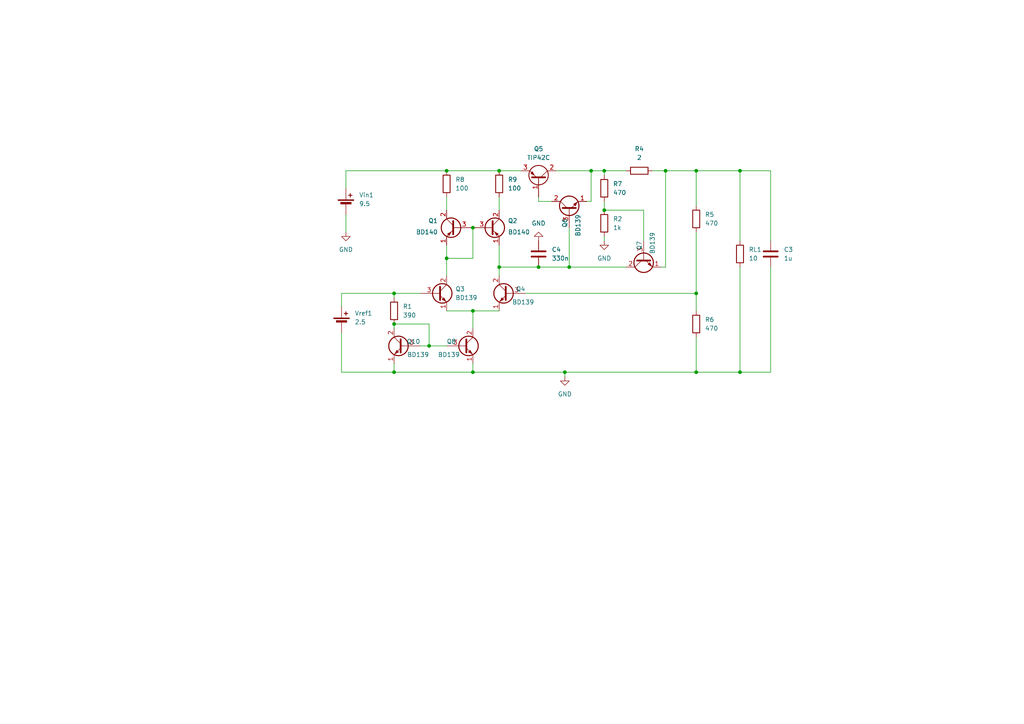
<source format=kicad_sch>
(kicad_sch (version 20230121) (generator eeschema)

  (uuid 98f508c0-f754-4c0e-95b6-e6eb0fad6b9d)

  (paper "A4")

  (lib_symbols
    (symbol "Device:Battery_Cell" (pin_numbers hide) (pin_names (offset 0) hide) (in_bom yes) (on_board yes)
      (property "Reference" "BT" (at 2.54 2.54 0)
        (effects (font (size 1.27 1.27)) (justify left))
      )
      (property "Value" "Battery_Cell" (at 2.54 0 0)
        (effects (font (size 1.27 1.27)) (justify left))
      )
      (property "Footprint" "" (at 0 1.524 90)
        (effects (font (size 1.27 1.27)) hide)
      )
      (property "Datasheet" "~" (at 0 1.524 90)
        (effects (font (size 1.27 1.27)) hide)
      )
      (property "ki_keywords" "battery cell" (at 0 0 0)
        (effects (font (size 1.27 1.27)) hide)
      )
      (property "ki_description" "Single-cell battery" (at 0 0 0)
        (effects (font (size 1.27 1.27)) hide)
      )
      (symbol "Battery_Cell_0_1"
        (rectangle (start -2.286 1.778) (end 2.286 1.524)
          (stroke (width 0) (type default))
          (fill (type outline))
        )
        (rectangle (start -1.524 1.016) (end 1.524 0.508)
          (stroke (width 0) (type default))
          (fill (type outline))
        )
        (polyline
          (pts
            (xy 0 0.762)
            (xy 0 0)
          )
          (stroke (width 0) (type default))
          (fill (type none))
        )
        (polyline
          (pts
            (xy 0 1.778)
            (xy 0 2.54)
          )
          (stroke (width 0) (type default))
          (fill (type none))
        )
        (polyline
          (pts
            (xy 0.762 3.048)
            (xy 1.778 3.048)
          )
          (stroke (width 0.254) (type default))
          (fill (type none))
        )
        (polyline
          (pts
            (xy 1.27 3.556)
            (xy 1.27 2.54)
          )
          (stroke (width 0.254) (type default))
          (fill (type none))
        )
      )
      (symbol "Battery_Cell_1_1"
        (pin passive line (at 0 5.08 270) (length 2.54)
          (name "+" (effects (font (size 1.27 1.27))))
          (number "1" (effects (font (size 1.27 1.27))))
        )
        (pin passive line (at 0 -2.54 90) (length 2.54)
          (name "-" (effects (font (size 1.27 1.27))))
          (number "2" (effects (font (size 1.27 1.27))))
        )
      )
    )
    (symbol "Device:C" (pin_numbers hide) (pin_names (offset 0.254)) (in_bom yes) (on_board yes)
      (property "Reference" "C" (at 0.635 2.54 0)
        (effects (font (size 1.27 1.27)) (justify left))
      )
      (property "Value" "C" (at 0.635 -2.54 0)
        (effects (font (size 1.27 1.27)) (justify left))
      )
      (property "Footprint" "" (at 0.9652 -3.81 0)
        (effects (font (size 1.27 1.27)) hide)
      )
      (property "Datasheet" "~" (at 0 0 0)
        (effects (font (size 1.27 1.27)) hide)
      )
      (property "ki_keywords" "cap capacitor" (at 0 0 0)
        (effects (font (size 1.27 1.27)) hide)
      )
      (property "ki_description" "Unpolarized capacitor" (at 0 0 0)
        (effects (font (size 1.27 1.27)) hide)
      )
      (property "ki_fp_filters" "C_*" (at 0 0 0)
        (effects (font (size 1.27 1.27)) hide)
      )
      (symbol "C_0_1"
        (polyline
          (pts
            (xy -2.032 -0.762)
            (xy 2.032 -0.762)
          )
          (stroke (width 0.508) (type default))
          (fill (type none))
        )
        (polyline
          (pts
            (xy -2.032 0.762)
            (xy 2.032 0.762)
          )
          (stroke (width 0.508) (type default))
          (fill (type none))
        )
      )
      (symbol "C_1_1"
        (pin passive line (at 0 3.81 270) (length 2.794)
          (name "~" (effects (font (size 1.27 1.27))))
          (number "1" (effects (font (size 1.27 1.27))))
        )
        (pin passive line (at 0 -3.81 90) (length 2.794)
          (name "~" (effects (font (size 1.27 1.27))))
          (number "2" (effects (font (size 1.27 1.27))))
        )
      )
    )
    (symbol "Device:R" (pin_numbers hide) (pin_names (offset 0)) (in_bom yes) (on_board yes)
      (property "Reference" "R" (at 2.032 0 90)
        (effects (font (size 1.27 1.27)))
      )
      (property "Value" "R" (at 0 0 90)
        (effects (font (size 1.27 1.27)))
      )
      (property "Footprint" "" (at -1.778 0 90)
        (effects (font (size 1.27 1.27)) hide)
      )
      (property "Datasheet" "~" (at 0 0 0)
        (effects (font (size 1.27 1.27)) hide)
      )
      (property "ki_keywords" "R res resistor" (at 0 0 0)
        (effects (font (size 1.27 1.27)) hide)
      )
      (property "ki_description" "Resistor" (at 0 0 0)
        (effects (font (size 1.27 1.27)) hide)
      )
      (property "ki_fp_filters" "R_*" (at 0 0 0)
        (effects (font (size 1.27 1.27)) hide)
      )
      (symbol "R_0_1"
        (rectangle (start -1.016 -2.54) (end 1.016 2.54)
          (stroke (width 0.254) (type default))
          (fill (type none))
        )
      )
      (symbol "R_1_1"
        (pin passive line (at 0 3.81 270) (length 1.27)
          (name "~" (effects (font (size 1.27 1.27))))
          (number "1" (effects (font (size 1.27 1.27))))
        )
        (pin passive line (at 0 -3.81 90) (length 1.27)
          (name "~" (effects (font (size 1.27 1.27))))
          (number "2" (effects (font (size 1.27 1.27))))
        )
      )
    )
    (symbol "Transistor_BJT:BD139" (pin_names (offset 0) hide) (in_bom yes) (on_board yes)
      (property "Reference" "Q" (at 5.08 1.905 0)
        (effects (font (size 1.27 1.27)) (justify left))
      )
      (property "Value" "BD139" (at 5.08 0 0)
        (effects (font (size 1.27 1.27)) (justify left))
      )
      (property "Footprint" "Package_TO_SOT_THT:TO-126-3_Vertical" (at 5.08 -1.905 0)
        (effects (font (size 1.27 1.27) italic) (justify left) hide)
      )
      (property "Datasheet" "http://www.st.com/internet/com/TECHNICAL_RESOURCES/TECHNICAL_LITERATURE/DATASHEET/CD00001225.pdf" (at 0 0 0)
        (effects (font (size 1.27 1.27)) (justify left) hide)
      )
      (property "ki_keywords" "Low Voltage Transistor" (at 0 0 0)
        (effects (font (size 1.27 1.27)) hide)
      )
      (property "ki_description" "1.5A Ic, 80V Vce, Low Voltage Transistor, TO-126" (at 0 0 0)
        (effects (font (size 1.27 1.27)) hide)
      )
      (property "ki_fp_filters" "TO?126*" (at 0 0 0)
        (effects (font (size 1.27 1.27)) hide)
      )
      (symbol "BD139_0_1"
        (polyline
          (pts
            (xy 0 0)
            (xy 0.635 0)
          )
          (stroke (width 0) (type default))
          (fill (type none))
        )
        (polyline
          (pts
            (xy 2.54 -2.54)
            (xy 0.635 -0.635)
          )
          (stroke (width 0) (type default))
          (fill (type none))
        )
        (polyline
          (pts
            (xy 2.54 2.54)
            (xy 0.635 0.635)
          )
          (stroke (width 0) (type default))
          (fill (type none))
        )
        (polyline
          (pts
            (xy 0.635 1.905)
            (xy 0.635 -1.905)
            (xy 0.635 -1.905)
          )
          (stroke (width 0.508) (type default))
          (fill (type outline))
        )
        (polyline
          (pts
            (xy 1.2446 -1.778)
            (xy 1.7526 -1.27)
            (xy 2.286 -2.286)
            (xy 1.2446 -1.778)
            (xy 1.2446 -1.778)
          )
          (stroke (width 0) (type default))
          (fill (type outline))
        )
        (circle (center 1.27 0) (radius 2.8194)
          (stroke (width 0.3048) (type default))
          (fill (type none))
        )
      )
      (symbol "BD139_1_1"
        (pin passive line (at 2.54 -5.08 90) (length 2.54)
          (name "E" (effects (font (size 1.27 1.27))))
          (number "1" (effects (font (size 1.27 1.27))))
        )
        (pin passive line (at 2.54 5.08 270) (length 2.54)
          (name "C" (effects (font (size 1.27 1.27))))
          (number "2" (effects (font (size 1.27 1.27))))
        )
        (pin input line (at -5.08 0 0) (length 5.08)
          (name "B" (effects (font (size 1.27 1.27))))
          (number "3" (effects (font (size 1.27 1.27))))
        )
      )
    )
    (symbol "Transistor_BJT:BD140" (pin_names (offset 0) hide) (in_bom yes) (on_board yes)
      (property "Reference" "Q" (at 5.08 1.905 0)
        (effects (font (size 1.27 1.27)) (justify left))
      )
      (property "Value" "BD140" (at 5.08 0 0)
        (effects (font (size 1.27 1.27)) (justify left))
      )
      (property "Footprint" "Package_TO_SOT_THT:TO-126-3_Vertical" (at 5.08 -1.905 0)
        (effects (font (size 1.27 1.27) italic) (justify left) hide)
      )
      (property "Datasheet" "http://www.st.com/internet/com/TECHNICAL_RESOURCES/TECHNICAL_LITERATURE/DATASHEET/CD00001225.pdf" (at 0 0 0)
        (effects (font (size 1.27 1.27)) (justify left) hide)
      )
      (property "ki_keywords" "Low Voltage Transistor" (at 0 0 0)
        (effects (font (size 1.27 1.27)) hide)
      )
      (property "ki_description" "1.5A Ic, 80V Vce, Low Voltage Transistor, TO-126" (at 0 0 0)
        (effects (font (size 1.27 1.27)) hide)
      )
      (property "ki_fp_filters" "TO?126*" (at 0 0 0)
        (effects (font (size 1.27 1.27)) hide)
      )
      (symbol "BD140_0_1"
        (polyline
          (pts
            (xy 0 0)
            (xy 0.635 0)
          )
          (stroke (width 0) (type default))
          (fill (type none))
        )
        (polyline
          (pts
            (xy 2.54 -2.54)
            (xy 0.635 -0.635)
          )
          (stroke (width 0) (type default))
          (fill (type none))
        )
        (polyline
          (pts
            (xy 2.54 2.54)
            (xy 0.635 0.635)
          )
          (stroke (width 0) (type default))
          (fill (type none))
        )
        (polyline
          (pts
            (xy 0.635 1.905)
            (xy 0.635 -1.905)
            (xy 0.635 -1.905)
          )
          (stroke (width 0.508) (type default))
          (fill (type outline))
        )
        (polyline
          (pts
            (xy 1.778 -2.286)
            (xy 2.286 -1.778)
            (xy 1.27 -1.27)
            (xy 1.778 -2.286)
            (xy 1.778 -2.286)
          )
          (stroke (width 0) (type default))
          (fill (type outline))
        )
        (circle (center 1.27 0) (radius 2.8194)
          (stroke (width 0.3048) (type default))
          (fill (type none))
        )
      )
      (symbol "BD140_1_1"
        (pin passive line (at 2.54 -5.08 90) (length 2.54)
          (name "E" (effects (font (size 1.27 1.27))))
          (number "1" (effects (font (size 1.27 1.27))))
        )
        (pin passive line (at 2.54 5.08 270) (length 2.54)
          (name "C" (effects (font (size 1.27 1.27))))
          (number "2" (effects (font (size 1.27 1.27))))
        )
        (pin input line (at -5.08 0 0) (length 5.08)
          (name "B" (effects (font (size 1.27 1.27))))
          (number "3" (effects (font (size 1.27 1.27))))
        )
      )
    )
    (symbol "Transistor_BJT:TIP42C" (pin_names (offset 0) hide) (in_bom yes) (on_board yes)
      (property "Reference" "Q" (at 6.35 1.905 0)
        (effects (font (size 1.27 1.27)) (justify left))
      )
      (property "Value" "TIP42C" (at 6.35 0 0)
        (effects (font (size 1.27 1.27)) (justify left))
      )
      (property "Footprint" "Package_TO_SOT_THT:TO-220-3_Vertical" (at 6.35 -1.905 0)
        (effects (font (size 1.27 1.27) italic) (justify left) hide)
      )
      (property "Datasheet" "https://www.centralsemi.com/get_document.php?cmp=1&mergetype=pd&mergepath=pd&pdf_id=TIP42.PDF" (at 0 0 0)
        (effects (font (size 1.27 1.27)) (justify left) hide)
      )
      (property "ki_keywords" "power PNP Transistor" (at 0 0 0)
        (effects (font (size 1.27 1.27)) hide)
      )
      (property "ki_description" "-6A Ic, -100V Vce, Power PNP Transistor, TO-220" (at 0 0 0)
        (effects (font (size 1.27 1.27)) hide)
      )
      (property "ki_fp_filters" "TO?220*" (at 0 0 0)
        (effects (font (size 1.27 1.27)) hide)
      )
      (symbol "TIP42C_0_1"
        (polyline
          (pts
            (xy 0.635 0.635)
            (xy 2.54 2.54)
          )
          (stroke (width 0) (type default))
          (fill (type none))
        )
        (polyline
          (pts
            (xy 0.635 -0.635)
            (xy 2.54 -2.54)
            (xy 2.54 -2.54)
          )
          (stroke (width 0) (type default))
          (fill (type none))
        )
        (polyline
          (pts
            (xy 0.635 1.905)
            (xy 0.635 -1.905)
            (xy 0.635 -1.905)
          )
          (stroke (width 0.508) (type default))
          (fill (type none))
        )
        (polyline
          (pts
            (xy 2.286 -1.778)
            (xy 1.778 -2.286)
            (xy 1.27 -1.27)
            (xy 2.286 -1.778)
            (xy 2.286 -1.778)
          )
          (stroke (width 0) (type default))
          (fill (type outline))
        )
        (circle (center 1.27 0) (radius 2.8194)
          (stroke (width 0.254) (type default))
          (fill (type none))
        )
      )
      (symbol "TIP42C_1_1"
        (pin input line (at -5.08 0 0) (length 5.715)
          (name "B" (effects (font (size 1.27 1.27))))
          (number "1" (effects (font (size 1.27 1.27))))
        )
        (pin passive line (at 2.54 5.08 270) (length 2.54)
          (name "C" (effects (font (size 1.27 1.27))))
          (number "2" (effects (font (size 1.27 1.27))))
        )
        (pin passive line (at 2.54 -5.08 90) (length 2.54)
          (name "E" (effects (font (size 1.27 1.27))))
          (number "3" (effects (font (size 1.27 1.27))))
        )
      )
    )
    (symbol "power:GND" (power) (pin_names (offset 0)) (in_bom yes) (on_board yes)
      (property "Reference" "#PWR" (at 0 -6.35 0)
        (effects (font (size 1.27 1.27)) hide)
      )
      (property "Value" "GND" (at 0 -3.81 0)
        (effects (font (size 1.27 1.27)))
      )
      (property "Footprint" "" (at 0 0 0)
        (effects (font (size 1.27 1.27)) hide)
      )
      (property "Datasheet" "" (at 0 0 0)
        (effects (font (size 1.27 1.27)) hide)
      )
      (property "ki_keywords" "global power" (at 0 0 0)
        (effects (font (size 1.27 1.27)) hide)
      )
      (property "ki_description" "Power symbol creates a global label with name \"GND\" , ground" (at 0 0 0)
        (effects (font (size 1.27 1.27)) hide)
      )
      (symbol "GND_0_1"
        (polyline
          (pts
            (xy 0 0)
            (xy 0 -1.27)
            (xy 1.27 -1.27)
            (xy 0 -2.54)
            (xy -1.27 -1.27)
            (xy 0 -1.27)
          )
          (stroke (width 0) (type default))
          (fill (type none))
        )
      )
      (symbol "GND_1_1"
        (pin power_in line (at 0 0 270) (length 0) hide
          (name "GND" (effects (font (size 1.27 1.27))))
          (number "1" (effects (font (size 1.27 1.27))))
        )
      )
    )
  )

  (junction (at 193.04 49.53) (diameter 0) (color 0 0 0 0)
    (uuid 08acfad0-fff1-4d14-bfea-5182c07e62ce)
  )
  (junction (at 175.26 60.96) (diameter 0) (color 0 0 0 0)
    (uuid 0a827bfb-c81e-4856-a106-64439becc251)
  )
  (junction (at 137.16 90.17) (diameter 0) (color 0 0 0 0)
    (uuid 15fa0adc-dafe-4b35-b9b4-50ea4641321c)
  )
  (junction (at 137.16 107.95) (diameter 0) (color 0 0 0 0)
    (uuid 1978b3e2-8a6f-4496-86c3-f5fc8290e8c3)
  )
  (junction (at 165.1 77.47) (diameter 0) (color 0 0 0 0)
    (uuid 2bb2fb18-8141-4c0d-b33f-fc73bee068e4)
  )
  (junction (at 129.54 74.93) (diameter 0) (color 0 0 0 0)
    (uuid 2f5bb625-e605-414e-be9a-8ef55fe10944)
  )
  (junction (at 156.21 77.47) (diameter 0) (color 0 0 0 0)
    (uuid 360ca69e-4d14-4e2c-8d6d-ae8e8575edd2)
  )
  (junction (at 144.78 49.53) (diameter 0) (color 0 0 0 0)
    (uuid 3d35f6c1-a949-4b5f-af1b-e4a62e0a792d)
  )
  (junction (at 214.63 49.53) (diameter 0) (color 0 0 0 0)
    (uuid 499b98be-ff37-4548-b455-196acac20576)
  )
  (junction (at 144.78 77.47) (diameter 0) (color 0 0 0 0)
    (uuid 66d1f7ad-d794-447c-8ba9-ad3c7dbc1ec0)
  )
  (junction (at 201.93 85.09) (diameter 0) (color 0 0 0 0)
    (uuid 72464a06-806e-43e9-a932-4acff4a0b330)
  )
  (junction (at 114.3 93.98) (diameter 0) (color 0 0 0 0)
    (uuid 84171801-f76d-4dd1-81a1-79e1a9faff54)
  )
  (junction (at 201.93 107.95) (diameter 0) (color 0 0 0 0)
    (uuid 8b60291b-2361-4c29-a034-3146cf9bde84)
  )
  (junction (at 171.45 49.53) (diameter 0) (color 0 0 0 0)
    (uuid a750e8a9-4631-403b-8f2f-22453c5c091b)
  )
  (junction (at 163.83 107.95) (diameter 0) (color 0 0 0 0)
    (uuid a751b5c2-d82c-426f-b3a5-95fb82592391)
  )
  (junction (at 114.3 85.09) (diameter 0) (color 0 0 0 0)
    (uuid aa2efc38-1dee-4259-90b5-37cfc9e44a1f)
  )
  (junction (at 124.46 100.33) (diameter 0) (color 0 0 0 0)
    (uuid aa940034-45cb-4d9f-8394-2496fd41d553)
  )
  (junction (at 201.93 49.53) (diameter 0) (color 0 0 0 0)
    (uuid ac4a31e9-c77e-459e-98f5-b6335142e2a7)
  )
  (junction (at 214.63 107.95) (diameter 0) (color 0 0 0 0)
    (uuid b462a2ee-d6fa-47fc-a6ec-3a25b43e9bd9)
  )
  (junction (at 137.16 66.04) (diameter 0) (color 0 0 0 0)
    (uuid b9371de3-1e76-43ba-bc17-eb1cb7e8da2f)
  )
  (junction (at 175.26 49.53) (diameter 0) (color 0 0 0 0)
    (uuid c9bf34be-54c7-4b20-8760-74651d57b3fc)
  )
  (junction (at 114.3 107.95) (diameter 0) (color 0 0 0 0)
    (uuid df95b1cf-19bd-4819-a986-298567951e7a)
  )
  (junction (at 129.54 49.53) (diameter 0) (color 0 0 0 0)
    (uuid e6e5d23f-e8f2-4441-8f95-de4d07ec5cb2)
  )

  (wire (pts (xy 193.04 49.53) (xy 201.93 49.53))
    (stroke (width 0) (type default))
    (uuid 00a3aa9a-0252-42b8-b333-910eadea9b13)
  )
  (wire (pts (xy 193.04 49.53) (xy 193.04 77.47))
    (stroke (width 0) (type default))
    (uuid 0834ff0f-9a03-4692-9828-277b076ef68b)
  )
  (wire (pts (xy 223.52 77.47) (xy 223.52 107.95))
    (stroke (width 0) (type default))
    (uuid 0c834d45-9b53-4fd3-ab65-ca79a002b866)
  )
  (wire (pts (xy 144.78 90.17) (xy 137.16 90.17))
    (stroke (width 0) (type default))
    (uuid 0fa9761a-1c2d-4723-b599-6d7679a3ac15)
  )
  (wire (pts (xy 175.26 58.42) (xy 175.26 60.96))
    (stroke (width 0) (type default))
    (uuid 14c80dc9-61be-4cf4-85ea-00f37f735090)
  )
  (wire (pts (xy 100.33 49.53) (xy 129.54 49.53))
    (stroke (width 0) (type default))
    (uuid 16b8705b-cc04-481c-9f4e-a3bd0620621a)
  )
  (wire (pts (xy 129.54 74.93) (xy 129.54 80.01))
    (stroke (width 0) (type default))
    (uuid 1a7d0442-540b-465e-ac6f-8df22bb194ac)
  )
  (wire (pts (xy 99.06 85.09) (xy 114.3 85.09))
    (stroke (width 0) (type default))
    (uuid 20c11d6e-a215-4aba-957e-5046402c2d7f)
  )
  (wire (pts (xy 129.54 49.53) (xy 144.78 49.53))
    (stroke (width 0) (type default))
    (uuid 233b611a-c888-4509-ac9b-a1b0e0e4c5b5)
  )
  (wire (pts (xy 144.78 57.15) (xy 144.78 60.96))
    (stroke (width 0) (type default))
    (uuid 2452f795-46e9-464c-aa8b-986ad7c44587)
  )
  (wire (pts (xy 114.3 93.98) (xy 124.46 93.98))
    (stroke (width 0) (type default))
    (uuid 2a8b13b9-a96f-472a-8369-83f473134c84)
  )
  (wire (pts (xy 129.54 74.93) (xy 137.16 74.93))
    (stroke (width 0) (type default))
    (uuid 2b3f128f-de0e-4797-b161-af98423c4497)
  )
  (wire (pts (xy 152.4 85.09) (xy 201.93 85.09))
    (stroke (width 0) (type default))
    (uuid 2b8da20b-401a-4139-9a05-43cfc5429909)
  )
  (wire (pts (xy 137.16 107.95) (xy 114.3 107.95))
    (stroke (width 0) (type default))
    (uuid 2bd2b3d1-799a-4750-bf8d-842c3651557a)
  )
  (wire (pts (xy 161.29 49.53) (xy 171.45 49.53))
    (stroke (width 0) (type default))
    (uuid 34cee541-db4d-447d-9221-987454866c4a)
  )
  (wire (pts (xy 114.3 107.95) (xy 99.06 107.95))
    (stroke (width 0) (type default))
    (uuid 40f30eb6-20b4-4d29-9611-2a6030095b09)
  )
  (wire (pts (xy 165.1 77.47) (xy 181.61 77.47))
    (stroke (width 0) (type default))
    (uuid 41e0a932-809e-434a-9456-3255af2afaf6)
  )
  (wire (pts (xy 165.1 66.04) (xy 165.1 77.47))
    (stroke (width 0) (type default))
    (uuid 430cc461-3936-493d-aab6-a4fd604e4bfc)
  )
  (wire (pts (xy 186.69 69.85) (xy 186.69 60.96))
    (stroke (width 0) (type default))
    (uuid 454ebc03-446e-4df0-9d25-f69f8253d65c)
  )
  (wire (pts (xy 137.16 105.41) (xy 137.16 107.95))
    (stroke (width 0) (type default))
    (uuid 460058c8-3ec7-43f4-bd9a-4fb52ce9e79b)
  )
  (wire (pts (xy 214.63 69.85) (xy 214.63 49.53))
    (stroke (width 0) (type default))
    (uuid 46bc4357-9fde-46ef-bce0-dc645825be5d)
  )
  (wire (pts (xy 160.02 58.42) (xy 156.21 58.42))
    (stroke (width 0) (type default))
    (uuid 4f64e525-44c4-4747-9a94-66e533ad82d5)
  )
  (wire (pts (xy 223.52 49.53) (xy 214.63 49.53))
    (stroke (width 0) (type default))
    (uuid 59e26526-93f4-45d0-96ca-078dcdbb120f)
  )
  (wire (pts (xy 175.26 68.58) (xy 175.26 69.85))
    (stroke (width 0) (type default))
    (uuid 63fe4ef7-6e13-492b-9967-bb575956d6b8)
  )
  (wire (pts (xy 201.93 97.79) (xy 201.93 107.95))
    (stroke (width 0) (type default))
    (uuid 66cec118-859a-4ead-8d49-4625d8926814)
  )
  (wire (pts (xy 99.06 88.9) (xy 99.06 85.09))
    (stroke (width 0) (type default))
    (uuid 68c5d5ab-836a-492c-861c-e9305c2008d3)
  )
  (wire (pts (xy 189.23 49.53) (xy 193.04 49.53))
    (stroke (width 0) (type default))
    (uuid 6a051e20-0f16-49ab-b0af-3cf269485a29)
  )
  (wire (pts (xy 201.93 107.95) (xy 214.63 107.95))
    (stroke (width 0) (type default))
    (uuid 6b9940c8-c4f1-47ca-92f9-3d87d92876ba)
  )
  (wire (pts (xy 144.78 49.53) (xy 151.13 49.53))
    (stroke (width 0) (type default))
    (uuid 75527c2a-3d92-4738-abc7-caaa18c4180f)
  )
  (wire (pts (xy 201.93 67.31) (xy 201.93 85.09))
    (stroke (width 0) (type default))
    (uuid 7da425d2-89ab-4914-802c-664389e76573)
  )
  (wire (pts (xy 214.63 77.47) (xy 214.63 107.95))
    (stroke (width 0) (type default))
    (uuid 84a201a3-78ee-4063-b9e0-91b1885dcfe2)
  )
  (wire (pts (xy 171.45 49.53) (xy 175.26 49.53))
    (stroke (width 0) (type default))
    (uuid 853a74b3-89da-45f8-ba64-c12b9c7ba3eb)
  )
  (wire (pts (xy 156.21 77.47) (xy 165.1 77.47))
    (stroke (width 0) (type default))
    (uuid 8b9eb06a-b460-4941-83d3-36f18bab13ec)
  )
  (wire (pts (xy 175.26 49.53) (xy 181.61 49.53))
    (stroke (width 0) (type default))
    (uuid 8ce63e04-db44-4450-955a-12d7ec6d65bb)
  )
  (wire (pts (xy 171.45 58.42) (xy 171.45 49.53))
    (stroke (width 0) (type default))
    (uuid 8d584fcf-588f-4f67-bc5c-15a019bdb698)
  )
  (wire (pts (xy 191.77 77.47) (xy 193.04 77.47))
    (stroke (width 0) (type default))
    (uuid 9240afca-9923-47cd-9050-fd069b72f382)
  )
  (wire (pts (xy 137.16 90.17) (xy 137.16 95.25))
    (stroke (width 0) (type default))
    (uuid 92944d8c-8e24-4252-8eba-34d0643c8875)
  )
  (wire (pts (xy 114.3 85.09) (xy 121.92 85.09))
    (stroke (width 0) (type default))
    (uuid 9618f642-96b6-42ea-91b2-df57e6697c5d)
  )
  (wire (pts (xy 124.46 100.33) (xy 129.54 100.33))
    (stroke (width 0) (type default))
    (uuid a1ba2d99-8919-45c8-939d-f537101a6da8)
  )
  (wire (pts (xy 144.78 77.47) (xy 156.21 77.47))
    (stroke (width 0) (type default))
    (uuid a4481ecf-1b6d-43f4-b8b1-40597e89cdab)
  )
  (wire (pts (xy 201.93 49.53) (xy 214.63 49.53))
    (stroke (width 0) (type default))
    (uuid a8506076-035b-41ed-bd1a-9be1744a9076)
  )
  (wire (pts (xy 144.78 71.12) (xy 144.78 77.47))
    (stroke (width 0) (type default))
    (uuid a8a1d2f3-b048-4eec-988a-99402892fd05)
  )
  (wire (pts (xy 137.16 107.95) (xy 163.83 107.95))
    (stroke (width 0) (type default))
    (uuid ab52b045-24de-4100-812a-5f404bf8d517)
  )
  (wire (pts (xy 175.26 50.8) (xy 175.26 49.53))
    (stroke (width 0) (type default))
    (uuid b1d7af0e-cf8a-4e3a-866e-2b1ee3c81d4a)
  )
  (wire (pts (xy 137.16 90.17) (xy 129.54 90.17))
    (stroke (width 0) (type default))
    (uuid b2293aa1-a814-4a1d-a686-7ffc0ac96b35)
  )
  (wire (pts (xy 170.18 58.42) (xy 171.45 58.42))
    (stroke (width 0) (type default))
    (uuid b3fedd89-3c11-4253-8331-8d773aab7d14)
  )
  (wire (pts (xy 124.46 100.33) (xy 124.46 93.98))
    (stroke (width 0) (type default))
    (uuid b973ba8b-0445-4f1d-862b-a18626dc9a43)
  )
  (wire (pts (xy 156.21 57.15) (xy 156.21 58.42))
    (stroke (width 0) (type default))
    (uuid bc25cf34-7a8c-4839-a376-18ff31647268)
  )
  (wire (pts (xy 99.06 96.52) (xy 99.06 107.95))
    (stroke (width 0) (type default))
    (uuid bc7e76f2-271f-482e-bcb6-95c23218bc1f)
  )
  (wire (pts (xy 129.54 57.15) (xy 129.54 60.96))
    (stroke (width 0) (type default))
    (uuid bd869731-bfc3-4cee-bfa0-f04406d5db7a)
  )
  (wire (pts (xy 175.26 60.96) (xy 186.69 60.96))
    (stroke (width 0) (type default))
    (uuid bee0c005-8734-4194-9b9c-be43ef205afb)
  )
  (wire (pts (xy 163.83 107.95) (xy 201.93 107.95))
    (stroke (width 0) (type default))
    (uuid c32a69b2-d160-4d3d-9f3c-e2255f8a5a73)
  )
  (wire (pts (xy 114.3 95.25) (xy 114.3 93.98))
    (stroke (width 0) (type default))
    (uuid c9662745-235c-45ae-821b-a2d2a0fc752e)
  )
  (wire (pts (xy 201.93 59.69) (xy 201.93 49.53))
    (stroke (width 0) (type default))
    (uuid cabb43a2-4694-4908-82f7-6a18179af2f7)
  )
  (wire (pts (xy 114.3 85.09) (xy 114.3 86.36))
    (stroke (width 0) (type default))
    (uuid cb062f62-2d31-4e8c-a687-419fdb2dc04b)
  )
  (wire (pts (xy 214.63 107.95) (xy 223.52 107.95))
    (stroke (width 0) (type default))
    (uuid cca30b29-27a6-41ef-a9d1-c75ddcc6897e)
  )
  (wire (pts (xy 114.3 105.41) (xy 114.3 107.95))
    (stroke (width 0) (type default))
    (uuid cd148008-b494-4546-ad77-eab937c62dba)
  )
  (wire (pts (xy 163.83 107.95) (xy 163.83 109.22))
    (stroke (width 0) (type default))
    (uuid cd72ab56-b875-4f92-8004-4ec908bab88e)
  )
  (wire (pts (xy 223.52 69.85) (xy 223.52 49.53))
    (stroke (width 0) (type default))
    (uuid cdc569aa-9ac5-4a91-a443-8a6033d76cd8)
  )
  (wire (pts (xy 129.54 71.12) (xy 129.54 74.93))
    (stroke (width 0) (type default))
    (uuid d0065abd-f507-4a41-90d2-f206a1a137c4)
  )
  (wire (pts (xy 201.93 85.09) (xy 201.93 90.17))
    (stroke (width 0) (type default))
    (uuid d2944102-4972-4359-b102-cffc466b4018)
  )
  (wire (pts (xy 100.33 62.23) (xy 100.33 67.31))
    (stroke (width 0) (type default))
    (uuid d358f6a8-38dd-4fe6-91e9-5983b6d07ab7)
  )
  (wire (pts (xy 144.78 77.47) (xy 144.78 80.01))
    (stroke (width 0) (type default))
    (uuid e31df358-a014-4a23-aee1-f8906a40a2fa)
  )
  (wire (pts (xy 100.33 54.61) (xy 100.33 49.53))
    (stroke (width 0) (type default))
    (uuid e7edf6ce-01cc-410c-9ad2-17d88b24aac4)
  )
  (wire (pts (xy 121.92 100.33) (xy 124.46 100.33))
    (stroke (width 0) (type default))
    (uuid ee738186-6ae1-46f5-be09-b112266afbb3)
  )
  (wire (pts (xy 137.16 66.04) (xy 137.16 74.93))
    (stroke (width 0) (type default))
    (uuid fd89b3ab-9161-4a60-8e79-4e34730b9dfe)
  )

  (symbol (lib_id "Transistor_BJT:TIP42C") (at 156.21 52.07 270) (mirror x) (unit 1)
    (in_bom yes) (on_board yes) (dnp no)
    (uuid 06a1dcc7-d954-4815-9f5e-1a7b07d62d36)
    (property "Reference" "Q5" (at 156.21 43.18 90)
      (effects (font (size 1.27 1.27)))
    )
    (property "Value" "TIP42C" (at 156.21 45.72 90)
      (effects (font (size 1.27 1.27)))
    )
    (property "Footprint" "Package_TO_SOT_THT:TO-220-3_Vertical" (at 154.305 45.72 0)
      (effects (font (size 1.27 1.27) italic) (justify left) hide)
    )
    (property "Datasheet" "https://www.centralsemi.com/get_document.php?cmp=1&mergetype=pd&mergepath=pd&pdf_id=TIP42.PDF" (at 156.21 52.07 0)
      (effects (font (size 1.27 1.27)) (justify left) hide)
    )
    (pin "1" (uuid 762c38d7-81ad-4bd5-ae48-074c66d654d0))
    (pin "2" (uuid ea92adc6-65cf-4f34-9404-1bf711f836c0))
    (pin "3" (uuid 30aa5c17-72eb-4adb-8a82-2acf788826d5))
    (instances
      (project "Regulador Lineal"
        (path "/98f508c0-f754-4c0e-95b6-e6eb0fad6b9d"
          (reference "Q5") (unit 1)
        )
      )
    )
  )

  (symbol (lib_id "Transistor_BJT:BD139") (at 127 85.09 0) (unit 1)
    (in_bom yes) (on_board yes) (dnp no)
    (uuid 07538c49-fb69-4544-afb2-f56f92b34aef)
    (property "Reference" "Q3" (at 132.08 83.82 0)
      (effects (font (size 1.27 1.27)) (justify left))
    )
    (property "Value" "BD139" (at 132.08 86.36 0)
      (effects (font (size 1.27 1.27)) (justify left))
    )
    (property "Footprint" "Package_TO_SOT_THT:TO-126-3_Vertical" (at 132.08 86.995 0)
      (effects (font (size 1.27 1.27) italic) (justify left) hide)
    )
    (property "Datasheet" "http://www.st.com/internet/com/TECHNICAL_RESOURCES/TECHNICAL_LITERATURE/DATASHEET/CD00001225.pdf" (at 127 85.09 0)
      (effects (font (size 1.27 1.27)) (justify left) hide)
    )
    (pin "1" (uuid 08f00a19-7f76-4ed1-895c-775833065a58))
    (pin "2" (uuid 062bf044-ea56-4755-8244-f4009aa39ae6))
    (pin "3" (uuid 9186178e-2c2e-4233-99bd-de60ec78ec63))
    (instances
      (project "Regulador Lineal"
        (path "/98f508c0-f754-4c0e-95b6-e6eb0fad6b9d"
          (reference "Q3") (unit 1)
        )
      )
    )
  )

  (symbol (lib_id "Transistor_BJT:BD139") (at 186.69 74.93 90) (mirror x) (unit 1)
    (in_bom yes) (on_board yes) (dnp no)
    (uuid 0bde75c6-7ba9-4223-9573-7c0984e79ad4)
    (property "Reference" "Q7" (at 185.42 69.85 0)
      (effects (font (size 1.27 1.27)) (justify left))
    )
    (property "Value" "BD139" (at 189.23 67.31 0)
      (effects (font (size 1.27 1.27)) (justify left))
    )
    (property "Footprint" "Package_TO_SOT_THT:TO-126-3_Vertical" (at 188.595 80.01 0)
      (effects (font (size 1.27 1.27) italic) (justify left) hide)
    )
    (property "Datasheet" "http://www.st.com/internet/com/TECHNICAL_RESOURCES/TECHNICAL_LITERATURE/DATASHEET/CD00001225.pdf" (at 186.69 74.93 0)
      (effects (font (size 1.27 1.27)) (justify left) hide)
    )
    (pin "1" (uuid 3f868b32-7001-4819-8e5e-39dce4070aa8))
    (pin "2" (uuid 5f8a02ed-5135-45c7-b0a7-91776dd36fbb))
    (pin "3" (uuid b13ca432-ab95-4117-a80c-c8861c4f1fdb))
    (instances
      (project "Regulador Lineal"
        (path "/98f508c0-f754-4c0e-95b6-e6eb0fad6b9d"
          (reference "Q7") (unit 1)
        )
      )
    )
  )

  (symbol (lib_id "power:GND") (at 100.33 67.31 0) (unit 1)
    (in_bom yes) (on_board yes) (dnp no) (fields_autoplaced)
    (uuid 0e0e578a-6098-4c42-a536-beadf72733f1)
    (property "Reference" "#PWR03" (at 100.33 73.66 0)
      (effects (font (size 1.27 1.27)) hide)
    )
    (property "Value" "GND" (at 100.33 72.39 0)
      (effects (font (size 1.27 1.27)))
    )
    (property "Footprint" "" (at 100.33 67.31 0)
      (effects (font (size 1.27 1.27)) hide)
    )
    (property "Datasheet" "" (at 100.33 67.31 0)
      (effects (font (size 1.27 1.27)) hide)
    )
    (pin "1" (uuid 11239606-a690-469c-99f1-8c120e0a4cbd))
    (instances
      (project "Regulador Lineal"
        (path "/98f508c0-f754-4c0e-95b6-e6eb0fad6b9d"
          (reference "#PWR03") (unit 1)
        )
      )
    )
  )

  (symbol (lib_id "Transistor_BJT:BD139") (at 147.32 85.09 0) (mirror y) (unit 1)
    (in_bom yes) (on_board yes) (dnp no)
    (uuid 185e398d-9e5c-4488-b211-d13b6ec3db0f)
    (property "Reference" "Q4" (at 152.4 83.82 0)
      (effects (font (size 1.27 1.27)) (justify left))
    )
    (property "Value" "BD139" (at 154.94 87.63 0)
      (effects (font (size 1.27 1.27)) (justify left))
    )
    (property "Footprint" "Package_TO_SOT_THT:TO-126-3_Vertical" (at 142.24 86.995 0)
      (effects (font (size 1.27 1.27) italic) (justify left) hide)
    )
    (property "Datasheet" "http://www.st.com/internet/com/TECHNICAL_RESOURCES/TECHNICAL_LITERATURE/DATASHEET/CD00001225.pdf" (at 147.32 85.09 0)
      (effects (font (size 1.27 1.27)) (justify left) hide)
    )
    (pin "1" (uuid 1c30625b-7803-4dee-a578-af52ff92ef8b))
    (pin "2" (uuid 5c2ae475-5993-40a0-9911-c3c69397bc43))
    (pin "3" (uuid 3b20fba7-acbc-45a1-85a3-6f83d7092639))
    (instances
      (project "Regulador Lineal"
        (path "/98f508c0-f754-4c0e-95b6-e6eb0fad6b9d"
          (reference "Q4") (unit 1)
        )
      )
    )
  )

  (symbol (lib_id "Device:R") (at 129.54 53.34 0) (unit 1)
    (in_bom yes) (on_board yes) (dnp no) (fields_autoplaced)
    (uuid 1dea82b5-489c-498f-bfdd-5bafaae52fcc)
    (property "Reference" "R8" (at 132.08 52.07 0)
      (effects (font (size 1.27 1.27)) (justify left))
    )
    (property "Value" "100" (at 132.08 54.61 0)
      (effects (font (size 1.27 1.27)) (justify left))
    )
    (property "Footprint" "Resistor_THT:R_Axial_DIN0204_L3.6mm_D1.6mm_P5.08mm_Horizontal" (at 127.762 53.34 90)
      (effects (font (size 1.27 1.27)) hide)
    )
    (property "Datasheet" "~" (at 129.54 53.34 0)
      (effects (font (size 1.27 1.27)) hide)
    )
    (pin "1" (uuid f524f968-5790-4b4b-995a-fd812601fb88))
    (pin "2" (uuid 8b2ce5bd-09f4-480b-ba13-68ddb783a90a))
    (instances
      (project "Regulador Lineal"
        (path "/98f508c0-f754-4c0e-95b6-e6eb0fad6b9d"
          (reference "R8") (unit 1)
        )
      )
    )
  )

  (symbol (lib_id "Device:R") (at 185.42 49.53 90) (unit 1)
    (in_bom yes) (on_board yes) (dnp no) (fields_autoplaced)
    (uuid 3be5a5ed-cd00-4875-8ac0-1ff6983bbe38)
    (property "Reference" "R4" (at 185.42 43.18 90)
      (effects (font (size 1.27 1.27)))
    )
    (property "Value" "2" (at 185.42 45.72 90)
      (effects (font (size 1.27 1.27)))
    )
    (property "Footprint" "Resistor_THT:R_Axial_DIN0204_L3.6mm_D1.6mm_P5.08mm_Horizontal" (at 185.42 51.308 90)
      (effects (font (size 1.27 1.27)) hide)
    )
    (property "Datasheet" "~" (at 185.42 49.53 0)
      (effects (font (size 1.27 1.27)) hide)
    )
    (pin "1" (uuid 5b745418-a0d3-4373-ac81-f23f0299a5b0))
    (pin "2" (uuid 580650da-7e3f-44cc-b5b4-f95ccbd834e7))
    (instances
      (project "Regulador Lineal"
        (path "/98f508c0-f754-4c0e-95b6-e6eb0fad6b9d"
          (reference "R4") (unit 1)
        )
      )
    )
  )

  (symbol (lib_id "Device:Battery_Cell") (at 100.33 59.69 0) (unit 1)
    (in_bom yes) (on_board yes) (dnp no) (fields_autoplaced)
    (uuid 3c74c12b-6f87-4a89-8359-b6f1aab6334c)
    (property "Reference" "Vin1" (at 104.14 56.5785 0)
      (effects (font (size 1.27 1.27)) (justify left))
    )
    (property "Value" "9.5" (at 104.14 59.1185 0)
      (effects (font (size 1.27 1.27)) (justify left))
    )
    (property "Footprint" "Connector_PinHeader_1.00mm:PinHeader_1x01_P1.00mm_Horizontal" (at 100.33 58.166 90)
      (effects (font (size 1.27 1.27)) hide)
    )
    (property "Datasheet" "~" (at 100.33 58.166 90)
      (effects (font (size 1.27 1.27)) hide)
    )
    (pin "1" (uuid 0c67b6ea-91d3-4676-99d5-93a8c57872c2))
    (pin "2" (uuid ed46f798-5ae9-44e3-902f-c10578cf4149))
    (instances
      (project "Regulador Lineal"
        (path "/98f508c0-f754-4c0e-95b6-e6eb0fad6b9d"
          (reference "Vin1") (unit 1)
        )
      )
    )
  )

  (symbol (lib_id "Device:Battery_Cell") (at 99.06 93.98 0) (unit 1)
    (in_bom yes) (on_board yes) (dnp no) (fields_autoplaced)
    (uuid 3ee53a52-9231-4ca2-b6a4-a4cac4165dc8)
    (property "Reference" "Vref1" (at 102.87 90.8685 0)
      (effects (font (size 1.27 1.27)) (justify left))
    )
    (property "Value" "2.5" (at 102.87 93.4085 0)
      (effects (font (size 1.27 1.27)) (justify left))
    )
    (property "Footprint" "Connector_PinHeader_1.00mm:PinHeader_1x01_P1.00mm_Horizontal" (at 99.06 92.456 90)
      (effects (font (size 1.27 1.27)) hide)
    )
    (property "Datasheet" "~" (at 99.06 92.456 90)
      (effects (font (size 1.27 1.27)) hide)
    )
    (pin "1" (uuid c0c358a5-ca3f-4a5a-9ab7-1c0178ec4f2b))
    (pin "2" (uuid 352ed599-e9f8-4a44-bd86-05123dcb08da))
    (instances
      (project "Regulador Lineal"
        (path "/98f508c0-f754-4c0e-95b6-e6eb0fad6b9d"
          (reference "Vref1") (unit 1)
        )
      )
    )
  )

  (symbol (lib_id "Device:C") (at 223.52 73.66 0) (unit 1)
    (in_bom yes) (on_board yes) (dnp no) (fields_autoplaced)
    (uuid 43b48d40-82a6-4845-9e27-89388669a8d2)
    (property "Reference" "C3" (at 227.33 72.39 0)
      (effects (font (size 1.27 1.27)) (justify left))
    )
    (property "Value" "1u" (at 227.33 74.93 0)
      (effects (font (size 1.27 1.27)) (justify left))
    )
    (property "Footprint" "Capacitor_SMD:CP_Elec_6.3x5.7" (at 224.4852 77.47 0)
      (effects (font (size 1.27 1.27)) hide)
    )
    (property "Datasheet" "~" (at 223.52 73.66 0)
      (effects (font (size 1.27 1.27)) hide)
    )
    (pin "1" (uuid 063385bd-27ed-44e1-b205-9c2862b9e2f5))
    (pin "2" (uuid 29fabaab-257d-46fc-992f-9d4c54f8ceec))
    (instances
      (project "Regulador Lineal"
        (path "/98f508c0-f754-4c0e-95b6-e6eb0fad6b9d"
          (reference "C3") (unit 1)
        )
      )
    )
  )

  (symbol (lib_id "Device:R") (at 175.26 54.61 0) (unit 1)
    (in_bom yes) (on_board yes) (dnp no) (fields_autoplaced)
    (uuid 4464ecd0-9dc9-443c-a7ad-3ebc6c9afdad)
    (property "Reference" "R7" (at 177.8 53.34 0)
      (effects (font (size 1.27 1.27)) (justify left))
    )
    (property "Value" "470" (at 177.8 55.88 0)
      (effects (font (size 1.27 1.27)) (justify left))
    )
    (property "Footprint" "Resistor_THT:R_Axial_DIN0204_L3.6mm_D1.6mm_P5.08mm_Horizontal" (at 173.482 54.61 90)
      (effects (font (size 1.27 1.27)) hide)
    )
    (property "Datasheet" "~" (at 175.26 54.61 0)
      (effects (font (size 1.27 1.27)) hide)
    )
    (pin "1" (uuid 965fa9cf-c5c8-43b4-8e3f-682db3bd6429))
    (pin "2" (uuid 074bc858-65ee-4714-b935-5abf21652a82))
    (instances
      (project "Regulador Lineal"
        (path "/98f508c0-f754-4c0e-95b6-e6eb0fad6b9d"
          (reference "R7") (unit 1)
        )
      )
    )
  )

  (symbol (lib_id "Device:R") (at 114.3 90.17 0) (unit 1)
    (in_bom yes) (on_board yes) (dnp no) (fields_autoplaced)
    (uuid 4e975b60-b553-4100-8640-14d72c747cb3)
    (property "Reference" "R1" (at 116.84 88.9 0)
      (effects (font (size 1.27 1.27)) (justify left))
    )
    (property "Value" "390" (at 116.84 91.44 0)
      (effects (font (size 1.27 1.27)) (justify left))
    )
    (property "Footprint" "Resistor_THT:R_Axial_DIN0204_L3.6mm_D1.6mm_P5.08mm_Horizontal" (at 112.522 90.17 90)
      (effects (font (size 1.27 1.27)) hide)
    )
    (property "Datasheet" "~" (at 114.3 90.17 0)
      (effects (font (size 1.27 1.27)) hide)
    )
    (pin "1" (uuid 34754727-9c7c-4612-86c8-c4dc072790bd))
    (pin "2" (uuid 3e0c8342-681c-4165-8194-35a3ccc61215))
    (instances
      (project "Regulador Lineal"
        (path "/98f508c0-f754-4c0e-95b6-e6eb0fad6b9d"
          (reference "R1") (unit 1)
        )
      )
    )
  )

  (symbol (lib_id "Transistor_BJT:BD139") (at 134.62 100.33 0) (unit 1)
    (in_bom yes) (on_board yes) (dnp no)
    (uuid 6e0ae50d-d154-40d1-8245-a65fe22401a1)
    (property "Reference" "Q8" (at 129.54 99.06 0)
      (effects (font (size 1.27 1.27)) (justify left))
    )
    (property "Value" "BD139" (at 127 102.87 0)
      (effects (font (size 1.27 1.27)) (justify left))
    )
    (property "Footprint" "Package_TO_SOT_THT:TO-126-3_Vertical" (at 139.7 102.235 0)
      (effects (font (size 1.27 1.27) italic) (justify left) hide)
    )
    (property "Datasheet" "http://www.st.com/internet/com/TECHNICAL_RESOURCES/TECHNICAL_LITERATURE/DATASHEET/CD00001225.pdf" (at 134.62 100.33 0)
      (effects (font (size 1.27 1.27)) (justify left) hide)
    )
    (pin "1" (uuid f93b114b-f79b-4ee2-aef7-f9249ffabbcd))
    (pin "2" (uuid 38b4a211-d035-4af5-9788-bd91128830d9))
    (pin "3" (uuid a0283c19-80e4-438c-97f4-31e4699deece))
    (instances
      (project "Regulador Lineal"
        (path "/98f508c0-f754-4c0e-95b6-e6eb0fad6b9d"
          (reference "Q8") (unit 1)
        )
      )
    )
  )

  (symbol (lib_id "Device:C") (at 156.21 73.66 0) (unit 1)
    (in_bom yes) (on_board yes) (dnp no) (fields_autoplaced)
    (uuid 741f8c80-593e-4994-97fe-2d324cacfce4)
    (property "Reference" "C4" (at 160.02 72.39 0)
      (effects (font (size 1.27 1.27)) (justify left))
    )
    (property "Value" "330n" (at 160.02 74.93 0)
      (effects (font (size 1.27 1.27)) (justify left))
    )
    (property "Footprint" "Capacitor_SMD:CP_Elec_6.3x4.5" (at 157.1752 77.47 0)
      (effects (font (size 1.27 1.27)) hide)
    )
    (property "Datasheet" "~" (at 156.21 73.66 0)
      (effects (font (size 1.27 1.27)) hide)
    )
    (pin "1" (uuid 25955beb-577e-4c56-97cd-632daf0f3525))
    (pin "2" (uuid cb3ca817-8df5-4453-a17e-133e6475a44c))
    (instances
      (project "Regulador Lineal"
        (path "/98f508c0-f754-4c0e-95b6-e6eb0fad6b9d"
          (reference "C4") (unit 1)
        )
      )
    )
  )

  (symbol (lib_id "Device:R") (at 214.63 73.66 0) (unit 1)
    (in_bom yes) (on_board yes) (dnp no) (fields_autoplaced)
    (uuid 92105ee9-d96c-4144-bb97-d59c2c94090a)
    (property "Reference" "RL1" (at 217.17 72.39 0)
      (effects (font (size 1.27 1.27)) (justify left))
    )
    (property "Value" "10" (at 217.17 74.93 0)
      (effects (font (size 1.27 1.27)) (justify left))
    )
    (property "Footprint" "Resistor_THT:R_Axial_DIN0204_L3.6mm_D1.6mm_P5.08mm_Horizontal" (at 212.852 73.66 90)
      (effects (font (size 1.27 1.27)) hide)
    )
    (property "Datasheet" "~" (at 214.63 73.66 0)
      (effects (font (size 1.27 1.27)) hide)
    )
    (pin "1" (uuid 3465c091-f1c5-4a0d-bdea-56bc8a9c6d6c))
    (pin "2" (uuid 677776cd-d87f-4979-8a76-ebcde65cdb84))
    (instances
      (project "Regulador Lineal"
        (path "/98f508c0-f754-4c0e-95b6-e6eb0fad6b9d"
          (reference "RL1") (unit 1)
        )
      )
    )
  )

  (symbol (lib_id "Transistor_BJT:BD139") (at 116.84 100.33 0) (mirror y) (unit 1)
    (in_bom yes) (on_board yes) (dnp no)
    (uuid 9356758e-a1da-4275-ae67-862199eca78a)
    (property "Reference" "Q10" (at 121.92 99.06 0)
      (effects (font (size 1.27 1.27)) (justify left))
    )
    (property "Value" "BD139" (at 124.46 102.87 0)
      (effects (font (size 1.27 1.27)) (justify left))
    )
    (property "Footprint" "Package_TO_SOT_THT:TO-126-3_Vertical" (at 111.76 102.235 0)
      (effects (font (size 1.27 1.27) italic) (justify left) hide)
    )
    (property "Datasheet" "http://www.st.com/internet/com/TECHNICAL_RESOURCES/TECHNICAL_LITERATURE/DATASHEET/CD00001225.pdf" (at 116.84 100.33 0)
      (effects (font (size 1.27 1.27)) (justify left) hide)
    )
    (pin "1" (uuid 7dcee331-a400-4de5-941d-4e92a0a3ab62))
    (pin "2" (uuid 4dc51591-3bbc-40d1-b57a-c49a6c08ab31))
    (pin "3" (uuid 33246826-5e5e-481c-ad9e-aa0a2ddafefa))
    (instances
      (project "Regulador Lineal"
        (path "/98f508c0-f754-4c0e-95b6-e6eb0fad6b9d"
          (reference "Q10") (unit 1)
        )
      )
    )
  )

  (symbol (lib_id "Device:R") (at 201.93 93.98 0) (unit 1)
    (in_bom yes) (on_board yes) (dnp no) (fields_autoplaced)
    (uuid 938cb4fe-4f03-47b7-bb7b-173040cf5f79)
    (property "Reference" "R6" (at 204.47 92.71 0)
      (effects (font (size 1.27 1.27)) (justify left))
    )
    (property "Value" "470" (at 204.47 95.25 0)
      (effects (font (size 1.27 1.27)) (justify left))
    )
    (property "Footprint" "Resistor_THT:R_Axial_DIN0204_L3.6mm_D1.6mm_P5.08mm_Horizontal" (at 200.152 93.98 90)
      (effects (font (size 1.27 1.27)) hide)
    )
    (property "Datasheet" "~" (at 201.93 93.98 0)
      (effects (font (size 1.27 1.27)) hide)
    )
    (pin "1" (uuid 1006763e-a1e1-4c7b-b29f-7748c7255a75))
    (pin "2" (uuid ac6e4cdf-496f-43d9-9ea3-f215c51d2879))
    (instances
      (project "Regulador Lineal"
        (path "/98f508c0-f754-4c0e-95b6-e6eb0fad6b9d"
          (reference "R6") (unit 1)
        )
      )
    )
  )

  (symbol (lib_id "Device:R") (at 201.93 63.5 0) (unit 1)
    (in_bom yes) (on_board yes) (dnp no) (fields_autoplaced)
    (uuid 984f3c8f-2f42-4405-a640-d80fb248216e)
    (property "Reference" "R5" (at 204.47 62.23 0)
      (effects (font (size 1.27 1.27)) (justify left))
    )
    (property "Value" "470" (at 204.47 64.77 0)
      (effects (font (size 1.27 1.27)) (justify left))
    )
    (property "Footprint" "Resistor_THT:R_Axial_DIN0204_L3.6mm_D1.6mm_P5.08mm_Horizontal" (at 200.152 63.5 90)
      (effects (font (size 1.27 1.27)) hide)
    )
    (property "Datasheet" "~" (at 201.93 63.5 0)
      (effects (font (size 1.27 1.27)) hide)
    )
    (pin "1" (uuid d3a7236e-641e-4817-8797-6e42b9921770))
    (pin "2" (uuid 81798714-fd87-4fea-a606-4fc62aea31c7))
    (instances
      (project "Regulador Lineal"
        (path "/98f508c0-f754-4c0e-95b6-e6eb0fad6b9d"
          (reference "R5") (unit 1)
        )
      )
    )
  )

  (symbol (lib_id "Transistor_BJT:BD140") (at 142.24 66.04 0) (unit 1)
    (in_bom yes) (on_board yes) (dnp no)
    (uuid 9a8e45b7-8431-4872-b0a8-3fbfe7e68406)
    (property "Reference" "Q2" (at 147.32 64.77 0)
      (effects (font (size 1.27 1.27)) (justify left bottom))
    )
    (property "Value" "BD140" (at 147.32 67.31 0)
      (effects (font (size 1.27 1.27)) (justify left))
    )
    (property "Footprint" "Package_TO_SOT_THT:TO-126-3_Vertical" (at 147.32 67.945 0)
      (effects (font (size 1.27 1.27) italic) (justify left) hide)
    )
    (property "Datasheet" "http://www.st.com/internet/com/TECHNICAL_RESOURCES/TECHNICAL_LITERATURE/DATASHEET/CD00001225.pdf" (at 142.24 66.04 0)
      (effects (font (size 1.27 1.27)) (justify left) hide)
    )
    (pin "1" (uuid 205bdc0c-4f51-4a56-9d60-caf644aa165b))
    (pin "2" (uuid 3b2b38fe-4f14-49a9-9ddf-bd957ebbd126))
    (pin "3" (uuid be009d2e-b71d-4dc1-9676-ade9c34f8950))
    (instances
      (project "Regulador Lineal"
        (path "/98f508c0-f754-4c0e-95b6-e6eb0fad6b9d"
          (reference "Q2") (unit 1)
        )
      )
    )
  )

  (symbol (lib_id "Device:R") (at 144.78 53.34 0) (unit 1)
    (in_bom yes) (on_board yes) (dnp no) (fields_autoplaced)
    (uuid b421f578-cac6-4e32-b2b5-c56b6b215097)
    (property "Reference" "R9" (at 147.32 52.07 0)
      (effects (font (size 1.27 1.27)) (justify left))
    )
    (property "Value" "100" (at 147.32 54.61 0)
      (effects (font (size 1.27 1.27)) (justify left))
    )
    (property "Footprint" "Resistor_THT:R_Axial_DIN0204_L3.6mm_D1.6mm_P5.08mm_Horizontal" (at 143.002 53.34 90)
      (effects (font (size 1.27 1.27)) hide)
    )
    (property "Datasheet" "~" (at 144.78 53.34 0)
      (effects (font (size 1.27 1.27)) hide)
    )
    (pin "1" (uuid 105ddb72-ff6d-4b9b-bcc8-238ea69afc85))
    (pin "2" (uuid 387364d2-fe7c-431f-9f90-1e3e503dde55))
    (instances
      (project "Regulador Lineal"
        (path "/98f508c0-f754-4c0e-95b6-e6eb0fad6b9d"
          (reference "R9") (unit 1)
        )
      )
    )
  )

  (symbol (lib_id "power:GND") (at 163.83 109.22 0) (unit 1)
    (in_bom yes) (on_board yes) (dnp no) (fields_autoplaced)
    (uuid b6d5891a-0ce2-46e4-89dd-c4e3f17033aa)
    (property "Reference" "#PWR02" (at 163.83 115.57 0)
      (effects (font (size 1.27 1.27)) hide)
    )
    (property "Value" "GND" (at 163.83 114.3 0)
      (effects (font (size 1.27 1.27)))
    )
    (property "Footprint" "" (at 163.83 109.22 0)
      (effects (font (size 1.27 1.27)) hide)
    )
    (property "Datasheet" "" (at 163.83 109.22 0)
      (effects (font (size 1.27 1.27)) hide)
    )
    (pin "1" (uuid bb09b1f9-bb3a-4500-885d-e49f835a870a))
    (instances
      (project "Regulador Lineal"
        (path "/98f508c0-f754-4c0e-95b6-e6eb0fad6b9d"
          (reference "#PWR02") (unit 1)
        )
      )
    )
  )

  (symbol (lib_id "power:GND") (at 156.21 69.85 180) (unit 1)
    (in_bom yes) (on_board yes) (dnp no) (fields_autoplaced)
    (uuid b8e45ba4-90d2-431a-9061-878e2ce32700)
    (property "Reference" "#PWR04" (at 156.21 63.5 0)
      (effects (font (size 1.27 1.27)) hide)
    )
    (property "Value" "GND" (at 156.21 64.77 0)
      (effects (font (size 1.27 1.27)))
    )
    (property "Footprint" "" (at 156.21 69.85 0)
      (effects (font (size 1.27 1.27)) hide)
    )
    (property "Datasheet" "" (at 156.21 69.85 0)
      (effects (font (size 1.27 1.27)) hide)
    )
    (pin "1" (uuid 46f8877d-acd0-46cd-b2b1-212f03de1979))
    (instances
      (project "Regulador Lineal"
        (path "/98f508c0-f754-4c0e-95b6-e6eb0fad6b9d"
          (reference "#PWR04") (unit 1)
        )
      )
    )
  )

  (symbol (lib_id "Transistor_BJT:BD140") (at 132.08 66.04 0) (mirror y) (unit 1)
    (in_bom yes) (on_board yes) (dnp no)
    (uuid ccf46bba-a81b-4419-89f4-3242326052b0)
    (property "Reference" "Q1" (at 127 64.77 0)
      (effects (font (size 1.27 1.27)) (justify left bottom))
    )
    (property "Value" "BD140" (at 127 67.31 0)
      (effects (font (size 1.27 1.27)) (justify left))
    )
    (property "Footprint" "Package_TO_SOT_THT:TO-126-3_Vertical" (at 127 67.945 0)
      (effects (font (size 1.27 1.27) italic) (justify left) hide)
    )
    (property "Datasheet" "http://www.st.com/internet/com/TECHNICAL_RESOURCES/TECHNICAL_LITERATURE/DATASHEET/CD00001225.pdf" (at 132.08 66.04 0)
      (effects (font (size 1.27 1.27)) (justify left) hide)
    )
    (pin "1" (uuid da17909b-af9a-4acd-aca6-4c6c63a00c3c))
    (pin "2" (uuid f95d9e6f-31c6-4799-a38f-d42bc92640ea))
    (pin "3" (uuid 71ea3661-2a08-4921-acab-7d3d74daffc6))
    (instances
      (project "Regulador Lineal"
        (path "/98f508c0-f754-4c0e-95b6-e6eb0fad6b9d"
          (reference "Q1") (unit 1)
        )
      )
    )
  )

  (symbol (lib_id "Transistor_BJT:BD139") (at 165.1 60.96 90) (unit 1)
    (in_bom yes) (on_board yes) (dnp no)
    (uuid cf18aff2-4f7a-49bb-8ad5-60300a70d4d6)
    (property "Reference" "Q6" (at 163.83 66.04 0)
      (effects (font (size 1.27 1.27)) (justify left))
    )
    (property "Value" "BD139" (at 167.64 68.58 0)
      (effects (font (size 1.27 1.27)) (justify left))
    )
    (property "Footprint" "Package_TO_SOT_THT:TO-126-3_Vertical" (at 167.005 55.88 0)
      (effects (font (size 1.27 1.27) italic) (justify left) hide)
    )
    (property "Datasheet" "http://www.st.com/internet/com/TECHNICAL_RESOURCES/TECHNICAL_LITERATURE/DATASHEET/CD00001225.pdf" (at 165.1 60.96 0)
      (effects (font (size 1.27 1.27)) (justify left) hide)
    )
    (pin "1" (uuid 92a40cff-aa7b-4e36-b059-df8b29573555))
    (pin "2" (uuid 19cc9327-a707-41f5-adfd-53b449681ba1))
    (pin "3" (uuid 26259752-bf0f-4915-8185-71cbb92cba73))
    (instances
      (project "Regulador Lineal"
        (path "/98f508c0-f754-4c0e-95b6-e6eb0fad6b9d"
          (reference "Q6") (unit 1)
        )
      )
    )
  )

  (symbol (lib_id "power:GND") (at 175.26 69.85 0) (unit 1)
    (in_bom yes) (on_board yes) (dnp no) (fields_autoplaced)
    (uuid cf9eda83-5357-4dca-882b-c651bad429f6)
    (property "Reference" "#PWR01" (at 175.26 76.2 0)
      (effects (font (size 1.27 1.27)) hide)
    )
    (property "Value" "GND" (at 175.26 74.93 0)
      (effects (font (size 1.27 1.27)))
    )
    (property "Footprint" "" (at 175.26 69.85 0)
      (effects (font (size 1.27 1.27)) hide)
    )
    (property "Datasheet" "" (at 175.26 69.85 0)
      (effects (font (size 1.27 1.27)) hide)
    )
    (pin "1" (uuid 1bc4cbc5-2440-4579-bb3e-3d128fd53968))
    (instances
      (project "Regulador Lineal"
        (path "/98f508c0-f754-4c0e-95b6-e6eb0fad6b9d"
          (reference "#PWR01") (unit 1)
        )
      )
    )
  )

  (symbol (lib_id "Device:R") (at 175.26 64.77 0) (unit 1)
    (in_bom yes) (on_board yes) (dnp no) (fields_autoplaced)
    (uuid ddb204bb-8ee0-4310-82c2-a403d60c9c4d)
    (property "Reference" "R2" (at 177.8 63.5 0)
      (effects (font (size 1.27 1.27)) (justify left))
    )
    (property "Value" "1k" (at 177.8 66.04 0)
      (effects (font (size 1.27 1.27)) (justify left))
    )
    (property "Footprint" "Resistor_THT:R_Axial_DIN0204_L3.6mm_D1.6mm_P5.08mm_Horizontal" (at 173.482 64.77 90)
      (effects (font (size 1.27 1.27)) hide)
    )
    (property "Datasheet" "~" (at 175.26 64.77 0)
      (effects (font (size 1.27 1.27)) hide)
    )
    (pin "1" (uuid 3fc86a4c-3fc4-40cf-88b2-2bf9bca781b3))
    (pin "2" (uuid 134f97ea-95c6-47da-871a-1abb4c6c68c7))
    (instances
      (project "Regulador Lineal"
        (path "/98f508c0-f754-4c0e-95b6-e6eb0fad6b9d"
          (reference "R2") (unit 1)
        )
      )
    )
  )

  (sheet_instances
    (path "/" (page "1"))
  )
)

</source>
